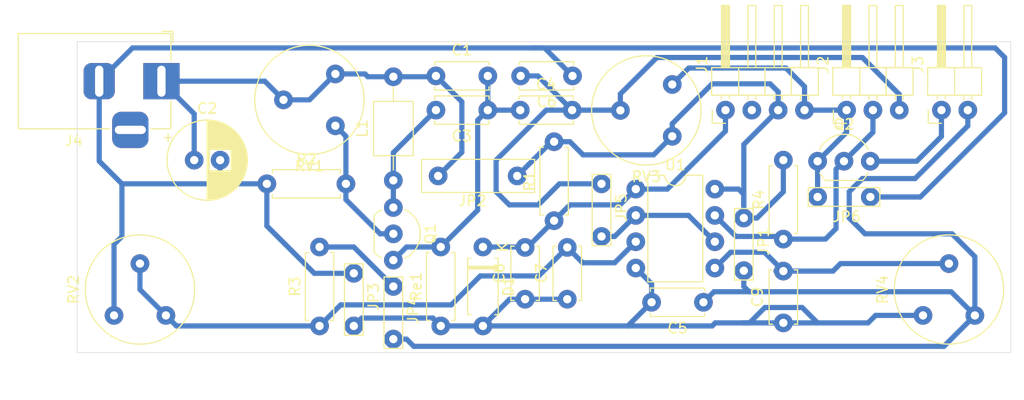
<source format=kicad_pcb>
(kicad_pcb (version 20240108) (generator "pcbnew") (generator_version "8.0")
  (layers (0 "F.Cu" signal) (31 "B.Cu" signal) (34 "B.Paste" user) (35 "F.Paste" user) (36 "B.SilkS" user "B.Silkscreen") (37 "F.SilkS" user "F.Silkscreen") (38 "B.Mask" user) (39 "F.Mask" user) (44 "Edge.Cuts" user))
  (net 0 "")
  (net 1 "Net-(Q1-E)")
  (net 2 "+12V")
  (net 3 "GND")
  (net 4 "Net-(Q1-C)")
  (net 5 "/osc_out")
  (net 6 "/PWM_fan")
  (net 8 "/PWM_led")
  (net 9 "/drain_pin")
  (net 10 "Net-(Q1-B)")
  (net 11 "Net-(U1B-+)")
  (net 12 "Net-(U1A-+)")
  (footprint "Capacitor_THT:C_Disc_D5.0mm_W2.5mm_P5.00mm" (layer "F.Cu") (at 138.604 88.138 180)
    (property "Reference" "C5" (at 2.5 -2.5 180) (layer "F.SilkS"))
    (property "Value" "10uF")
    (pad "1" thru_hole circle (at 0 0 180) (size 1.8 1.8) (drill 0.8) (layers "*.Cu" "*.Mask") (net 2 "+12V"))
    (pad "2" thru_hole circle (at 5 0 180) (size 1.8 1.8) (drill 0.8) (layers "*.Cu" "*.Mask") (net 3 "GND"))
  )
  (footprint "Package_TO_SOT_THT:TO-92_Inline_Wide" (layer "F.Cu") (at 149.606 74.528)
    (property "Reference" "Q2" (at 2.54 -3.56 0) (layer "F.SilkS"))
    (property "Value" "2N7000")
    (pad "1" thru_hole circle (at 0 0) (size 1.8 1.8) (drill 0.8) (layers "*.Cu" "*.Mask") (net 3 "GND"))
    (pad "2" thru_hole circle (at 2.54 0) (size 1.8 1.8) (drill 0.8) (layers "*.Cu" "*.Mask") (net 8 "/PWM_led"))
    (pad "3" thru_hole circle (at 5.08 0) (size 1.8 1.8) (drill 0.8) (layers "*.Cu" "*.Mask") (net 9 "/drain_pin"))
  )
  (footprint "TestPoint:TestPoint_Bridge_Pitch5.08mm_Drill0.7mm" (layer "F.Cu") (at 142.494 85.09 90)
    (property "Reference" "JP1" (at 2.8 1.9 -90) (layer "F.SilkS"))
    (property "Value" "Jumper_2_Bridged")
    (pad "1" thru_hole circle (at 0 0 90) (size 1.8 1.8) (drill 0.8) (layers "*.Cu" "*.Mask") (net 2 "+12V"))
    (pad "1" thru_hole circle (at 5.08 0 90) (size 1.8 1.8) (drill 0.8) (layers "*.Cu" "*.Mask") (net 2 "+12V"))
  )
  (footprint "Potentiometer_THT:Potentiometer_Piher_PT-10-V05_Vertical" (layer "F.Cu") (at 86.788 89.408 90)
    (property "Reference" "RV2" (at 2.5 -8.9 -90) (layer "F.SilkS"))
    (property "Value" "10K")
    (pad "1" thru_hole circle (at 0 0 90) (size 1.8 1.8) (drill 0.8) (layers "*.Cu" "*.Mask") (net 12 "Net-(U1A-+)"))
    (pad "2" thru_hole circle (at 5 -2.5 90) (size 1.8 1.8) (drill 0.8) (layers "*.Cu" "*.Mask") (net 12 "Net-(U1A-+)"))
    (pad "3" thru_hole circle (at 0 -5 90) (size 1.8 1.8) (drill 0.8) (layers "*.Cu" "*.Mask") (net 3 "GND"))
  )
  (footprint "Connector_PinHeader_2.54mm:PinHeader_1x04_P2.54mm_Horizontal" (layer "F.Cu") (at 140.726 69.596 90)
    (property "Reference" "J1" (at 4.385 -2.27 90) (layer "F.SilkS"))
    (property "Value" "Conn_01x04_Pin")
    (pad "1" thru_hole circle (at 0 0 90) (size 1.8 1.8) (drill 0.8) (layers "*.Cu" "*.Mask") (net 6 "/PWM_fan"))
    (pad "2" thru_hole circle (at 0 2.54 90) (size 1.8 1.8) (drill 0.8) (layers "*.Cu" "*.Mask"))
    (pad "3" thru_hole circle (at 0 5.08 90) (size 1.8 1.8) (drill 0.8) (layers "*.Cu" "*.Mask") (net 2 "+12V"))
    (pad "4" thru_hole circle (at 0 7.62 90) (size 1.8 1.8) (drill 0.8) (layers "*.Cu" "*.Mask") (net 3 "GND"))
  )
  (footprint "Potentiometer_THT:Potentiometer_Piher_PT-10-V05_Vertical" (layer "F.Cu") (at 164.766 89.408 90)
    (property "Reference" "RV4" (at 2.5 -8.9 -90) (layer "F.SilkS"))
    (property "Value" "5K")
    (pad "1" thru_hole circle (at 0 0 90) (size 1.8 1.8) (drill 0.8) (layers "*.Cu" "*.Mask") (net 2 "+12V"))
    (pad "2" thru_hole circle (at 5 -2.5 90) (size 1.8 1.8) (drill 0.8) (layers "*.Cu" "*.Mask") (net 11 "Net-(U1B-+)"))
    (pad "3" thru_hole circle (at 0 -5 90) (size 1.8 1.8) (drill 0.8) (layers "*.Cu" "*.Mask") (net 3 "GND"))
  )
  (footprint "Resistor_THT:R_Axial_DIN0207_L6.3mm_D2.5mm_P7.62mm_Horizontal" (layer "F.Cu") (at 124.206 80.264 90)
    (property "Reference" "R1" (at 3.81 -2.37 -90) (layer "F.SilkS"))
    (property "Value" "1K")
    (pad "1" thru_hole circle (at 0 0 90) (size 1.8 1.8) (drill 0.8) (layers "*.Cu" "*.Mask") (net 6 "/PWM_fan"))
    (pad "2" thru_hole circle (at 7.62 0 90) (size 1.8 1.8) (drill 0.8) (layers "*.Cu" "*.Mask") (net 2 "+12V"))
  )
  (footprint "Inductor_THT:L_Axial_L5.0mm_D3.6mm_P10.00mm_Horizontal_Murata_BL01RN1A2A2" (layer "F.Cu") (at 108.712 76.374 90)
    (property "Reference" "L1" (at 5 -3 -90) (layer "F.SilkS"))
    (property "Value" "10mH")
    (pad "1" thru_hole circle (at 0 0 90) (size 1.8 1.8) (drill 0.8) (layers "*.Cu" "*.Mask") (net 4 "Net-(Q1-C)"))
    (pad "2" thru_hole circle (at 10 0 90) (size 1.8 1.8) (drill 0.8) (layers "*.Cu" "*.Mask") (net 2 "+12V"))
  )
  (footprint "Capacitor_THT:C_Disc_D5.0mm_W2.5mm_P5.00mm" (layer "F.Cu") (at 146.304 90.13 90)
    (property "Reference" "C9" (at 2.5 -2.5 -90) (layer "F.SilkS"))
    (property "Value" "1uF")
    (pad "1" thru_hole circle (at 0 0 90) (size 1.8 1.8) (drill 0.8) (layers "*.Cu" "*.Mask") (net 3 "GND"))
    (pad "2" thru_hole circle (at 5 0 90) (size 1.8 1.8) (drill 0.8) (layers "*.Cu" "*.Mask") (net 11 "Net-(U1B-+)"))
  )
  (footprint "Capacitor_THT:C_Disc_D5.0mm_W2.5mm_P5.00mm" (layer "F.Cu") (at 112.816 66.294)
    (property "Reference" "C1" (at 2.5 -2.5 0) (layer "F.SilkS"))
    (property "Value" "0.01uF")
    (pad "1" thru_hole circle (at 0 0) (size 1.8 1.8) (drill 0.8) (layers "*.Cu" "*.Mask") (net 2 "+12V"))
    (pad "2" thru_hole circle (at 5 0) (size 1.8 1.8) (drill 0.8) (layers "*.Cu" "*.Mask") (net 1 "Net-(Q1-E)"))
  )
  (footprint "TestPoint:TestPoint_Bridge_Pitch5.08mm_Drill0.7mm" (layer "F.Cu") (at 128.778 81.788 90)
    (property "Reference" "JP5" (at 2.8 1.9 -90) (layer "F.SilkS"))
    (property "Value" "Jumper_2_Bridged")
    (pad "1" thru_hole circle (at 0 0 90) (size 1.8 1.8) (drill 0.8) (layers "*.Cu" "*.Mask") (net 5 "/osc_out"))
    (pad "1" thru_hole circle (at 5.08 0 90) (size 1.8 1.8) (drill 0.8) (layers "*.Cu" "*.Mask") (net 5 "/osc_out"))
  )
  (footprint "Capacitor_THT:C_Disc_D5.0mm_W2.5mm_P5.00mm" (layer "F.Cu") (at 125.476 87.844 90)
    (property "Reference" "C7" (at 2.5 -2.5 -90) (layer "F.SilkS"))
    (property "Value" "1uF")
    (pad "1" thru_hole circle (at 0 0 90) (size 1.8 1.8) (drill 0.8) (layers "*.Cu" "*.Mask") (net 3 "GND"))
    (pad "2" thru_hole circle (at 5 0 90) (size 1.8 1.8) (drill 0.8) (layers "*.Cu" "*.Mask") (net 12 "Net-(U1A-+)"))
  )
  (footprint "TestPoint:TestPoint_Bridge_Pitch5.08mm_Drill0.7mm" (layer "F.Cu") (at 149.606 77.978)
    (property "Reference" "JP6" (at 2.8 1.9 0) (layer "F.SilkS"))
    (property "Value" "Jumper_2_Bridged")
    (pad "1" thru_hole circle (at 0 0) (size 1.8 1.8) (drill 0.8) (layers "*.Cu" "*.Mask") (net 3 "GND"))
    (pad "1" thru_hole circle (at 5.08 0) (size 1.8 1.8) (drill 0.8) (layers "*.Cu" "*.Mask") (net 3 "GND"))
  )
  (footprint "Resistor_THT:R_Axial_DIN0207_L6.3mm_D2.5mm_P7.62mm_Horizontal" (layer "F.Cu") (at 96.52 76.708)
    (property "Reference" "R2" (at 3.81 -2.37 0) (layer "F.SilkS"))
    (property "Value" "10K")
    (pad "1" thru_hole circle (at 0 0) (size 1.8 1.8) (drill 0.8) (layers "*.Cu" "*.Mask") (net 3 "GND"))
    (pad "2" thru_hole circle (at 7.62 0) (size 1.8 1.8) (drill 0.8) (layers "*.Cu" "*.Mask") (net 10 "Net-(Q1-B)"))
  )
  (footprint "Connector_PinHeader_2.54mm:PinHeader_1x03_P2.54mm_Horizontal" (layer "F.Cu") (at 152.4 69.596 90)
    (property "Reference" "J2" (at 4.385 -2.27 90) (layer "F.SilkS"))
    (property "Value" "Conn_01x03_Pin")
    (pad "1" thru_hole circle (at 0 0 90) (size 1.8 1.8) (drill 0.8) (layers "*.Cu" "*.Mask") (net 3 "GND"))
    (pad "2" thru_hole circle (at 0 2.54 90) (size 1.8 1.8) (drill 0.8) (layers "*.Cu" "*.Mask") (net 8 "/PWM_led"))
    (pad "3" thru_hole circle (at 0 5.08 90) (size 1.8 1.8) (drill 0.8) (layers "*.Cu" "*.Mask") (net 5 "/osc_out"))
  )
  (footprint "Capacitor_THT:C_Disc_D5.0mm_W2.5mm_P5.00mm" (layer "F.Cu") (at 117.816 69.596 180)
    (property "Reference" "C3" (at 2.5 -2.5 180) (layer "F.SilkS"))
    (property "Value" "0.01uF")
    (pad "1" thru_hole circle (at 0 0 180) (size 1.8 1.8) (drill 0.8) (layers "*.Cu" "*.Mask") (net 1 "Net-(Q1-E)"))
    (pad "2" thru_hole circle (at 5 0 180) (size 1.8 1.8) (drill 0.8) (layers "*.Cu" "*.Mask") (net 4 "Net-(Q1-C)"))
  )
  (footprint "Connector_BarrelJack:BarrelJack_Horizontal" (layer "F.Cu") (at 86.36 66.802)
    (property "Reference" "J4" (at -8.45 5.75 0) (layer "F.SilkS"))
    (property "Value" "Barrel_Jack_MountingPin")
    (pad "1" thru_hole rect (at 0 0) (size 3.5 3.5) (drill oval 0.8 3) (layers "*.Cu" "*.Mask") (net 2 "+12V"))
    (pad "2" thru_hole roundrect (at -6 0) (size 3 3.5) (drill oval 0.8 3) (layers "*.Cu" "*.Mask") (net 3 "GND"))
    (pad "3" thru_hole roundrect (at -3 4.7) (size 3.5 3.5) (drill oval 3 0.8) (layers "*.Cu" "*.Mask"))
  )
  (footprint "Capacitor_THT:C_Disc_D5.0mm_W2.5mm_P5.00mm" (layer "F.Cu") (at 120.944 69.596)
    (property "Reference" "C4" (at 2.5 -2.5 0) (layer "F.SilkS"))
    (property "Value" "0.01uF")
    (pad "1" thru_hole circle (at 0 0) (size 1.8 1.8) (drill 0.8) (layers "*.Cu" "*.Mask") (net 1 "Net-(Q1-E)"))
    (pad "2" thru_hole circle (at 5 0) (size 1.8 1.8) (drill 0.8) (layers "*.Cu" "*.Mask") (net 5 "/osc_out"))
  )
  (footprint "Package_DIP:DIP-8_W7.62mm" (layer "F.Cu") (at 132.08 77.216)
    (property "Reference" "U1" (at 3.81 -2.33 0) (layer "F.SilkS"))
    (property "Value" "LM393")
    (pad "1" thru_hole circle (at 0 0) (size 1.8 1.8) (drill 0.8) (layers "*.Cu" "*.Mask") (net 6 "/PWM_fan"))
    (pad "2" thru_hole circle (at 0 2.54) (size 1.8 1.8) (drill 0.8) (layers "*.Cu" "*.Mask") (net 5 "/osc_out"))
    (pad "3" thru_hole circle (at 0 5.08) (size 1.8 1.8) (drill 0.8) (layers "*.Cu" "*.Mask") (net 12 "Net-(U1A-+)"))
    (pad "4" thru_hole circle (at 0 7.62) (size 1.8 1.8) (drill 0.8) (layers "*.Cu" "*.Mask") (net 3 "GND"))
    (pad "5" thru_hole circle (at 7.62 7.62) (size 1.8 1.8) (drill 0.8) (layers "*.Cu" "*.Mask") (net 11 "Net-(U1B-+)"))
    (pad "6" thru_hole circle (at 7.62 5.08) (size 1.8 1.8) (drill 0.8) (layers "*.Cu" "*.Mask") (net 5 "/osc_out"))
    (pad "7" thru_hole circle (at 7.62 2.54) (size 1.8 1.8) (drill 0.8) (layers "*.Cu" "*.Mask") (net 8 "/PWM_led"))
    (pad "8" thru_hole circle (at 7.62 0) (size 1.8 1.8) (drill 0.8) (layers "*.Cu" "*.Mask") (net 2 "+12V"))
  )
  (footprint "Capacitor_THT:C_Disc_D5.0mm_W2.5mm_P5.00mm" (layer "F.Cu") (at 125.984 66.294 180)
    (property "Reference" "C6" (at 2.5 -2.5 180) (layer "F.SilkS"))
    (property "Value" "100pF")
    (pad "1" thru_hole circle (at 0 0 180) (size 1.8 1.8) (drill 0.8) (layers "*.Cu" "*.Mask") (net 3 "GND"))
    (pad "2" thru_hole circle (at 5 0 180) (size 1.8 1.8) (drill 0.8) (layers "*.Cu" "*.Mask") (net 5 "/osc_out"))
  )
  (footprint "Connector_PinHeader_2.54mm:PinHeader_1x02_P2.54mm_Horizontal" (layer "F.Cu") (at 161.544 69.596 90)
    (property "Reference" "J3" (at 4.385 -2.27 90) (layer "F.SilkS"))
    (property "Value" "Conn_01x02_Pin")
    (pad "1" thru_hole circle (at 0 0 90) (size 1.8 1.8) (drill 0.8) (layers "*.Cu" "*.Mask") (net 9 "/drain_pin"))
    (pad "2" thru_hole circle (at 0 2.54 90) (size 1.8 1.8) (drill 0.8) (layers "*.Cu" "*.Mask") (net 2 "+12V"))
  )
  (footprint "TestPoint:TestPoint_Bridge_Pitch5.08mm_Drill0.7mm" (layer "F.Cu") (at 104.902 90.424 90)
    (property "Reference" "JP3" (at 2.8 1.9 -90) (layer "F.SilkS"))
    (property "Value" "Jumper_2_Bridged")
    (pad "1" thru_hole circle (at 0 0 90) (size 1.8 1.8) (drill 0.8) (layers "*.Cu" "*.Mask") (net 3 "GND"))
    (pad "1" thru_hole circle (at 5.08 0 90) (size 1.8 1.8) (drill 0.8) (layers "*.Cu" "*.Mask") (net 3 "GND"))
  )
  (footprint "Potentiometer_THT:Potentiometer_Piher_PT-10-V05_Vertical" (layer "F.Cu") (at 135.596 67.121 180)
    (property "Reference" "RV3" (at 2.5 -8.9 180) (layer "F.SilkS"))
    (property "Value" "10K")
    (pad "1" thru_hole circle (at 0 0 180) (size 1.8 1.8) (drill 0.8) (layers "*.Cu" "*.Mask") (net 3 "GND"))
    (pad "2" thru_hole circle (at 5 -2.5 180) (size 1.8 1.8) (drill 0.8) (layers "*.Cu" "*.Mask") (net 5 "/osc_out"))
    (pad "3" thru_hole circle (at 0 -5 180) (size 1.8 1.8) (drill 0.8) (layers "*.Cu" "*.Mask") (net 2 "+12V"))
  )
  (footprint "Capacitor_THT:C_Disc_D5.0mm_W2.5mm_P5.00mm" (layer "F.Cu") (at 121.412 87.844 90)
    (property "Reference" "C8" (at 2.5 -2.5 -90) (layer "F.SilkS"))
    (property "Value" "68pF")
    (pad "1" thru_hole circle (at 0 0 90) (size 1.8 1.8) (drill 0.8) (layers "*.Cu" "*.Mask") (net 3 "GND"))
    (pad "2" thru_hole circle (at 5 0 90) (size 1.8 1.8) (drill 0.8) (layers "*.Cu" "*.Mask") (net 6 "/PWM_fan"))
  )
  (footprint "TestPoint:TestPoint_Bridge_Pitch7.62mm_Drill1.3mm" (layer "F.Cu") (at 113.03 75.946)
    (property "Reference" "JP2" (at 3.3 2.4 0) (layer "F.SilkS"))
    (property "Value" "Jumper_2_Bridged")
    (pad "1" thru_hole circle (at 0 0) (size 1.8 1.8) (drill 0.8) (layers "*.Cu" "*.Mask") (net 2 "+12V"))
    (pad "1" thru_hole circle (at 7.62 0) (size 1.8 1.8) (drill 0.8) (layers "*.Cu" "*.Mask") (net 2 "+12V"))
  )
  (footprint "Resistor_THT:R_Axial_DIN0207_L6.3mm_D2.5mm_P7.62mm_Horizontal" (layer "F.Cu") (at 113.284 90.424 90)
    (property "Reference" "Re1" (at 3.81 -2.37 -90) (layer "F.SilkS"))
    (property "Value" "10K")
    (pad "1" thru_hole circle (at 0 0 90) (size 1.8 1.8) (drill 0.8) (layers "*.Cu" "*.Mask") (net 3 "GND"))
    (pad "2" thru_hole circle (at 7.62 0 90) (size 1.8 1.8) (drill 0.8) (layers "*.Cu" "*.Mask") (net 1 "Net-(Q1-E)"))
  )
  (footprint "Potentiometer_THT:Potentiometer_Piher_PT-10-V05_Vertical" (layer "F.Cu") (at 103.124 66.105 180)
    (property "Reference" "RV1" (at 2.5 -8.9 180) (layer "F.SilkS"))
    (property "Value" "10K")
    (pad "1" thru_hole circle (at 0 0 180) (size 1.8 1.8) (drill 0.8) (layers "*.Cu" "*.Mask") (net 2 "+12V"))
    (pad "2" thru_hole circle (at 5 -2.5 180) (size 1.8 1.8) (drill 0.8) (layers "*.Cu" "*.Mask") (net 2 "+12V"))
    (pad "3" thru_hole circle (at 0 -5 180) (size 1.8 1.8) (drill 0.8) (layers "*.Cu" "*.Mask") (net 10 "Net-(Q1-B)"))
  )
  (footprint "Package_TO_SOT_THT:TO-92_Inline_Wide" (layer "F.Cu") (at 108.712 78.994 -90)
    (property "Reference" "Q1" (at 2.54 -3.56 -90) (layer "F.SilkS"))
    (property "Value" "BC547")
    (pad "1" thru_hole circle (at 0 0 270) (size 1.8 1.8) (drill 0.8) (layers "*.Cu" "*.Mask") (net 4 "Net-(Q1-C)"))
    (pad "2" thru_hole circle (at 2.54 0 270) (size 1.8 1.8) (drill 0.8) (layers "*.Cu" "*.Mask") (net 10 "Net-(Q1-B)"))
    (pad "3" thru_hole circle (at 5.08 0 270) (size 1.8 1.8) (drill 0.8) (layers "*.Cu" "*.Mask") (net 1 "Net-(Q1-E)"))
  )
  (footprint "Diode_THT:D_A-405_P7.62mm_Horizontal" (layer "F.Cu") (at 117.348 82.804 -90)
    (property "Reference" "D1" (at 3.81 -2.47 90) (layer "F.SilkS"))
    (property "Value" "5.1V")
    (fp_text user "K" (at 0 -1.9 90) (layer "F.SilkS"))
    (pad "1" thru_hole circle (at 0 0 270) (size 1.8 1.8) (drill 0.8) (layers "*.Cu" "*.Mask") (net 6 "/PWM_fan"))
    (pad "2" thru_hole circle (at 7.62 0 270) (size 1.8 1.8) (drill 0.8) (layers "*.Cu" "*.Mask") (net 3 "GND"))
  )
  (footprint "Resistor_THT:R_Axial_DIN0207_L6.3mm_D2.5mm_P7.62mm_Horizontal" (layer "F.Cu") (at 101.6 90.424 90)
    (property "Reference" "R3" (at 3.81 -2.37 -90) (layer "F.SilkS"))
    (property "Value" "10K")
    (pad "1" thru_hole circle (at 0 0 90) (size 1.8 1.8) (drill 0.8) (layers "*.Cu" "*.Mask") (net 12 "Net-(U1A-+)"))
    (pad "2" thru_hole circle (at 7.62 0 90) (size 1.8 1.8) (drill 0.8) (layers "*.Cu" "*.Mask") (net 2 "+12V"))
  )
  (footprint "TestPoint:TestPoint_Bridge_Pitch5.08mm_Drill0.7mm" (layer "F.Cu") (at 108.712 91.694 90)
    (property "Reference" "JP4" (at 2.8 1.9 -90) (layer "F.SilkS"))
    (property "Value" "Jumper_2_Bridged")
    (pad "1" thru_hole circle (at 0 0 90) (size 1.8 1.8) (drill 0.8) (layers "*.Cu" "*.Mask") (net 2 "+12V"))
    (pad "1" thru_hole circle (at 5.08 0 90) (size 1.8 1.8) (drill 0.8) (layers "*.Cu" "*.Mask") (net 2 "+12V"))
  )
  (footprint "Capacitor_THT:CP_Radial_D7.5mm_P2.50mm" (layer "F.Cu") (at 89.516606 74.422)
    (property "Reference" "C2" (at 1.25 -5 0) (layer "F.SilkS"))
    (property "Value" "680uF")
    (pad "1" thru_hole circle (at 0 0) (size 1.8 1.8) (drill 0.8) (layers "*.Cu" "*.Mask") (net 2 "+12V"))
    (pad "2" thru_hole circle (at 2.5 0) (size 1.8 1.8) (drill 0.8) (layers "*.Cu" "*.Mask") (net 3 "GND"))
  )
  (footprint "Resistor_THT:R_Axial_DIN0207_L6.3mm_D2.5mm_P7.62mm_Horizontal" (layer "F.Cu") (at 146.304 82.042 90)
    (property "Reference" "R4" (at 3.81 -2.37 -90) (layer "F.SilkS"))
    (property "Value" "1K")
    (pad "1" thru_hole circle (at 0 0 90) (size 1.8 1.8) (drill 0.8) (layers "*.Cu" "*.Mask") (net 8 "/PWM_led"))
    (pad "2" thru_hole circle (at 7.62 0 90) (size 1.8 1.8) (drill 0.8) (layers "*.Cu" "*.Mask") (net 2 "+12V"))
  )
  (gr_rect (start 78.232 62.992) (end 168.232 92.992) (stroke (width 0.05)) (fill none) (layer "Edge.Cuts"))
  (segment (start 120.984 69.596) (end 120.984 69.516) (width 0.5) (layer "B.Cu") (net 1))
  (segment (start 116.84 79.248) (end 116.84 70.572) (width 0.5) (layer "B.Cu") (net 1))
  (segment (start 117.776 69.556) (end 117.816 69.596) (width 0.5) (layer "B.Cu") (net 1))
  (segment (start 109.982 82.804) (end 113.284 82.804) (width 0.5) (layer "B.Cu") (net 1))
  (segment (start 108.712 84.074) (end 109.982 82.804) (width 0.5) (layer "B.Cu") (net 1))
  (segment (start 116.84 70.572) (end 117.816 69.596) (width 0.5) (layer "B.Cu") (net 1))
  (segment (start 120.944 69.596) (end 117.816 69.596) (width 0.5) (layer "B.Cu") (net 1))
  (segment (start 117.816 66.294) (end 117.816 69.596) (width 0.5) (layer "B.Cu") (net 1))
  (segment (start 113.284 82.804) (end 116.84 79.248) (width 0.5) (layer "B.Cu") (net 1))
  (segment (start 103.124 66.105) (end 105.983 66.105) (width 0.5) (layer "B.Cu") (net 2))
  (segment (start 108.712 86.614) (end 104.902 82.804) (width 0.5) (layer "B.Cu") (net 2))
  (segment (start 143.764 80.01) (end 142.494 80.01) (width 0.5) (layer "B.Cu") (net 2))
  (segment (start 145.034 67.056) (end 145.806 67.828) (width 0.5) (layer "B.Cu") (net 2))
  (segment (start 106.252 66.374) (end 108.712 66.374) (width 0.5) (layer "B.Cu") (net 2))
  (segment (start 89.516606 74.422) (end 89.516606 69.958606) (width 0.5) (layer "B.Cu") (net 2))
  (segment (start 152.654 80.01) (end 154.178 81.534) (width 0.5) (layer "B.Cu") (net 2))
  (segment (start 109.982 91.694) (end 110.68 92.392) (width 0.5) (layer "B.Cu") (net 2))
  (segment (start 120.65 75.946) (end 123.952 72.644) (width 0.5) (layer "B.Cu") (net 2))
  (segment (start 142.494 78.74) (end 142.494 80.01) (width 0.5) (layer "B.Cu") (net 2))
  (segment (start 113.03 75.946) (end 115.316 73.66) (width 0.5) (layer "B.Cu") (net 2))
  (segment (start 133.803 73.914) (end 127 73.914) (width 0.5) (layer "B.Cu") (net 2))
  (segment (start 89.516606 69.958606) (end 86.36 66.802) (width 0.5) (layer "B.Cu") (net 2))
  (segment (start 104.902 82.804) (end 101.6 82.804) (width 0.5) (layer "B.Cu") (net 2))
  (segment (start 139.446 67.056) (end 145.034 67.056) (width 0.5) (layer "B.Cu") (net 2))
  (segment (start 139.62 87.122) (end 143.002 87.122) (width 0.5) (layer "B.Cu") (net 2))
  (segment (start 110.68 92.392) (end 161.782 92.392) (width 0.5) (layer "B.Cu") (net 2))
  (segment (start 145.288 87.122) (end 162.48 87.122) (width 0.5) (layer "B.Cu") (net 2))
  (segment (start 164.084 71.12) (end 159.004 76.2) (width 0.5) (layer "B.Cu") (net 2))
  (segment (start 125.73 72.644) (end 124.206 72.644) (width 0.5) (layer "B.Cu") (net 2))
  (segment (start 145.806 69.596) (end 142.494 72.908) (width 0.5) (layer "B.Cu") (net 2))
  (segment (start 162.56 81.534) (end 164.766 83.74) (width 0.5) (layer "B.Cu") (net 2))
  (segment (start 135.596 72.121) (end 135.596 70.906) (width 0.5) (layer "B.Cu") (net 2))
  (segment (start 145.806 67.828) (end 145.806 69.596) (width 0.5) (layer "B.Cu") (net 2))
  (segment (start 142.494 85.09) (end 142.494 86.614) (width 0.5) (layer "B.Cu") (net 2))
  (segment (start 123.952 72.644) (end 124.206 72.644) (width 0.5) (layer "B.Cu") (net 2))
  (segment (start 138.604 88.138) (end 139.62 87.122) (width 0.5) (layer "B.Cu") (net 2))
  (segment (start 115.316 68.794) (end 112.816 66.294) (width 0.5) (layer "B.Cu") (net 2))
  (segment (start 98.124 68.605) (end 100.624 68.605) (width 0.5) (layer "B.Cu") (net 2))
  (segment (start 139.7 77.216) (end 141.986 77.216) (width 0.5) (layer "B.Cu") (net 2))
  (segment (start 146.304 77.47) (end 143.764 80.01) (width 0.5) (layer "B.Cu") (net 2))
  (segment (start 154.178 81.534) (end 162.56 81.534) (width 0.5) (layer "B.Cu") (net 2))
  (segment (start 141.986 77.216) (end 142.494 77.724) (width 0.5) (layer "B.Cu") (net 2))
  (segment (start 100.624 68.605) (end 103.124 66.105) (width 0.5) (layer "B.Cu") (net 2))
  (segment (start 112.736 66.374) (end 112.816 66.294) (width 0.5) (layer "B.Cu") (net 2))
  (segment (start 153.924 76.2) (end 152.654 77.47) (width 0.5) (layer "B.Cu") (net 2))
  (segment (start 108.712 91.694) (end 109.982 91.694) (width 0.5) (layer "B.Cu") (net 2))
  (segment (start 108.712 66.374) (end 112.736 66.374) (width 0.5) (layer "B.Cu") (net 2))
  (segment (start 115.316 73.66) (end 115.316 68.794) (width 0.5) (layer "B.Cu") (net 2))
  (segment (start 105.983 66.105) (end 106.252 66.374) (width 0.5) (layer "B.Cu") (net 2))
  (segment (start 142.494 86.614) (end 143.002 87.122) (width 0.5) (layer "B.Cu") (net 2))
  (segment (start 164.084 69.596) (end 164.084 71.12) (width 0.5) (layer "B.Cu") (net 2))
  (segment (start 143.002 87.122) (end 145.288 87.122) (width 0.5) (layer "B.Cu") (net 2))
  (segment (start 86.36 66.802) (end 96.321 66.802) (width 0.5) (layer "B.Cu") (net 2))
  (segment (start 159.004 76.2) (end 153.924 76.2) (width 0.5) (layer "B.Cu") (net 2))
  (segment (start 161.782 92.392) (end 164.766 89.408) (width 0.5) (layer "B.Cu") (net 2))
  (segment (start 127 73.914) (end 125.73 72.644) (width 0.5) (layer "B.Cu") (net 2))
  (segment (start 146.304 74.422) (end 146.304 77.47) (width 0.5) (layer "B.Cu") (net 2))
  (segment (start 142.494 77.724) (end 142.494 78.74) (width 0.5) (layer "B.Cu") (net 2))
  (segment (start 164.766 83.74) (end 164.766 89.408) (width 0.5) (layer "B.Cu") (net 2))
  (segment (start 135.596 72.121) (end 133.803 73.914) (width 0.5) (layer "B.Cu") (net 2))
  (segment (start 142.494 72.908) (end 142.494 78.74) (width 0.5) (layer "B.Cu") (net 2))
  (segment (start 152.654 77.47) (end 152.654 80.01) (width 0.5) (layer "B.Cu") (net 2))
  (segment (start 96.321 66.802) (end 98.124 68.605) (width 0.5) (layer "B.Cu") (net 2))
  (segment (start 135.596 70.906) (end 139.446 67.056) (width 0.5) (layer "B.Cu") (net 2))
  (segment (start 162.48 87.122) (end 164.766 89.408) (width 0.5) (layer "B.Cu") (net 2))
  (segment (start 137.185 65.532) (end 146.558 65.532) (width 0.5) (layer "B.Cu") (net 3))
  (segment (start 146.304 90.13) (end 142.494 90.13) (width 0.5) (layer "B.Cu") (net 3))
  (segment (start 125.984 66.294) (end 123.282 63.592) (width 0.5) (layer "B.Cu") (net 3))
  (segment (start 113.284 90.424) (end 112.522 89.662) (width 0.5) (layer "B.Cu") (net 3))
  (segment (start 152.4 71.734) (end 149.606 74.528) (width 0.5) (layer "B.Cu") (net 3))
  (segment (start 92.016606 75.623394) (end 90.932 76.708) (width 0.5) (layer "B.Cu") (net 3))
  (segment (start 154.472 90.13) (end 149.606 90.13) (width 0.5) (layer "B.Cu") (net 3))
  (segment (start 131.318 90.424) (end 133.604 88.138) (width 0.5) (layer "B.Cu") (net 3))
  (segment (start 82.55 76.708) (end 90.932 76.708) (width 0.5) (layer "B.Cu") (net 3))
  (segment (start 149.606 77.978) (end 149.606 74.528) (width 0.5) (layer "B.Cu") (net 3))
  (segment (start 80.36 74.518) (end 80.36 66.802) (width 0.5) (layer "B.Cu") (net 3))
  (segment (start 148.336 69.606) (end 148.346 69.596) (width 0.5) (layer "B.Cu") (net 3))
  (segment (start 155.194 89.408) (end 159.766 89.408) (width 0.5) (layer "B.Cu") (net 3))
  (segment (start 146.558 65.532) (end 148.346 67.32) (width 0.5) (layer "B.Cu") (net 3))
  (segment (start 80.391 74.549) (end 82.55 76.708) (width 0.5) (layer "B.Cu") (net 3))
  (segment (start 83.57 63.592) (end 122.174 63.592) (width 0.5) (layer "B.Cu") (net 3))
  (segment (start 148.346 67.32) (end 148.346 69.596) (width 0.5) (layer "B.Cu") (net 3))
  (segment (start 113.284 90.424) (end 117.348 90.424) (width 0.5) (layer "B.Cu") (net 3))
  (segment (start 96.52 76.708) (end 96.52 80.772) (width 0.5) (layer "B.Cu") (net 3))
  (segment (start 148.122 88.646) (end 149.606 90.13) (width 0.5) (layer "B.Cu") (net 3))
  (segment (start 92.016606 74.422) (end 92.016606 75.623394) (width 0.5) (layer "B.Cu") (net 3))
  (segment (start 96.52 80.772) (end 101.092 85.344) (width 0.5) (layer "B.Cu") (net 3))
  (segment (start 135.596 67.121) (end 137.185 65.532) (width 0.5) (layer "B.Cu") (net 3))
  (segment (start 166.716 63.592) (end 167.632 64.508) (width 0.5) (layer "B.Cu") (net 3))
  (segment (start 117.348 90.424) (end 119.928 87.844) (width 0.5) (layer "B.Cu") (net 3))
  (segment (start 112.522 89.662) (end 105.664 89.662) (width 0.5) (layer "B.Cu") (net 3))
  (segment (start 90.932 76.708) (end 96.52 76.708) (width 0.5) (layer "B.Cu") (net 3))
  (segment (start 167.632 64.508) (end 167.632 69.858) (width 0.5) (layer "B.Cu") (net 3))
  (segment (start 101.092 85.344) (end 104.902 85.344) (width 0.5) (layer "B.Cu") (net 3))
  (segment (start 139.446 90.424) (end 131.318 90.424) (width 0.5) (layer "B.Cu") (net 3))
  (segment (start 117.348 90.424) (end 131.318 90.424) (width 0.5) (layer "B.Cu") (net 3))
  (segment (start 121.412 87.844) (end 125.476 87.844) (width 0.5) (layer "B.Cu") (net 3))
  (segment (start 167.632 69.858) (end 159.512 77.978) (width 0.5) (layer "B.Cu") (net 3))
  (segment (start 152.4 69.596) (end 152.4 71.734) (width 0.5) (layer "B.Cu") (net 3))
  (segment (start 133.604 88.138) (end 133.604 86.36) (width 0.5) (layer "B.Cu") (net 3))
  (segment (start 82.55 76.708) (end 82.55 81.788) (width 0.5) (layer "B.Cu") (net 3))
  (segment (start 142.494 90.13) (end 143.042 90.13) (width 0.5) (layer "B.Cu") (net 3))
  (segment (start 143.042 90.13) (end 144.526 88.646) (width 0.5) (layer "B.Cu") (net 3))
  (segment (start 144.526 88.646) (end 148.122 88.646) (width 0.5) (layer "B.Cu") (net 3))
  (segment (start 149.606 90.13) (end 146.304 90.13) (width 0.5) (layer "B.Cu") (net 3))
  (segment (start 122.174 63.592) (end 166.716 63.592) (width 0.5) (layer "B.Cu") (net 3))
  (segment (start 142.494 90.13) (end 139.74 90.13) (width 0.5) (layer "B.Cu") (net 3))
  (segment (start 139.74 90.13) (end 139.446 90.424) (width 0.5) (layer "B.Cu") (net 3))
  (segment (start 123.282 63.592) (end 122.174 63.592) (width 0.5) (layer "B.Cu") (net 3))
  (segment (start 133.604 86.36) (end 132.08 84.836) (width 0.5) (layer "B.Cu") (net 3))
  (segment (start 82.55 81.788) (end 81.788 82.55) (width 0.5) (layer "B.Cu") (net 3))
  (segment (start 159.512 77.978) (end 154.686 77.978) (width 0.5) (layer "B.Cu") (net 3))
  (segment (start 81.788 82.55) (end 81.788 89.408) (width 0.5) (layer "B.Cu") (net 3))
  (segment (start 80.36 66.802) (end 83.57 63.592) (width 0.5) (layer "B.Cu") (net 3))
  (segment (start 105.664 89.662) (end 104.902 90.424) (width 0.5) (layer "B.Cu") (net 3))
  (segment (start 152.4 69.596) (end 148.346 69.596) (width 0.5) (layer "B.Cu") (net 3))
  (segment (start 119.928 87.844) (end 121.412 87.844) (width 0.5) (layer "B.Cu") (net 3))
  (segment (start 154.472 90.13) (end 155.194 89.408) (width 0.5) (layer "B.Cu") (net 3))
  (segment (start 108.712 76.374) (end 108.712 73.7) (width 0.5) (layer "B.Cu") (net 4))
  (segment (start 108.712 73.7) (end 112.816 69.596) (width 0.5) (layer "B.Cu") (net 4))
  (segment (start 108.712 76.374) (end 108.712 78.994) (width 0.5) (layer "B.Cu") (net 4))
  (segment (start 128.778 81.788) (end 130.048 81.788) (width 0.5) (layer "B.Cu") (net 5))
  (segment (start 137.16 79.756) (end 139.7 82.296) (width 0.5) (layer "B.Cu") (net 5))
  (segment (start 130.048 81.788) (end 132.08 79.756) (width 0.5) (layer "B.Cu") (net 5))
  (segment (start 118.618 74.422) (end 123.444 69.596) (width 0.5) (layer "B.Cu") (net 5))
  (segment (start 122.682 78.74) (end 119.888 78.74) (width 0.5) (layer "B.Cu") (net 5))
  (segment (start 119.888 78.74) (end 118.618 77.47) (width 0.5) (layer "B.Cu") (net 5))
  (segment (start 118.618 77.47) (end 118.618 74.422) (width 0.5) (layer "B.Cu") (net 5))
  (segment (start 124.714 76.708) (end 122.682 78.74) (width 0.5) (layer "B.Cu") (net 5))
  (segment (start 157.48 69.596) (end 157.48 68.072) (width 0.5) (layer "B.Cu") (net 5))
  (segment (start 134.112 64.516) (end 130.596 68.032) (width 0.5) (layer "B.Cu") (net 5))
  (segment (start 157.48 68.072) (end 153.924 64.516) (width 0.5) (layer "B.Cu") (net 5))
  (segment (start 120.984 66.294) (end 122.642 66.294) (width 0.5) (layer "B.Cu") (net 5))
  (segment (start 123.444 69.596) (end 125.944 69.596) (width 0.5) (layer "B.Cu") (net 5))
  (segment (start 125.944 69.596) (end 130.571 69.596) (width 0.5) (layer "B.Cu") (net 5))
  (segment (start 128.778 76.708) (end 124.714 76.708) (width 0.5) (layer "B.Cu") (net 5))
  (segment (start 132.08 79.756) (end 137.16 79.756) (width 0.5) (layer "B.Cu") (net 5))
  (segment (start 130.596 68.032) (end 130.596 69.621) (width 0.5) (layer "B.Cu") (net 5))
  (segment (start 122.642 66.294) (end 125.944 69.596) (width 0.5) (layer "B.Cu") (net 5))
  (segment (start 130.571 69.596) (end 130.596 69.621) (width 0.5) (layer "B.Cu") (net 5))
  (segment (start 153.924 64.516) (end 134.112 64.516) (width 0.5) (layer "B.Cu") (net 5))
  (segment (start 125.73 78.74) (end 130.556 78.74) (width 0.5) (layer "B.Cu") (net 6))
  (segment (start 117.348 82.804) (end 121.372 82.804) (width 0.5) (layer "B.Cu") (net 6))
  (segment (start 132.08 77.216) (end 135.128 77.216) (width 0.5) (layer "B.Cu") (net 6))
  (segment (start 135.128 77.216) (end 140.726 71.618) (width 0.5) (layer "B.Cu") (net 6))
  (segment (start 124.206 80.264) (end 125.73 78.74) (width 0.5) (layer "B.Cu") (net 6))
  (segment (start 130.556 78.74) (end 132.08 77.216) (width 0.5) (layer "B.Cu") (net 6))
  (segment (start 140.726 71.618) (end 140.726 69.596) (width 0.5) (layer "B.Cu") (net 6))
  (segment (start 121.626 82.844) (end 121.412 82.844) (width 0.5) (layer "B.Cu") (net 6))
  (segment (start 124.206 80.264) (end 121.626 82.844) (width 0.5) (layer "B.Cu") (net 6))
  (segment (start 151.384 81.026) (end 150.368 82.042) (width 0.5) (layer "B.Cu") (net 8))
  (segment (start 146.05 81.788) (end 141.732 81.788) (width 0.5) (layer "B.Cu") (net 8))
  (segment (start 154.94 71.734) (end 154.94 69.596) (width 0.5) (layer "B.Cu") (net 8))
  (segment (start 146.304 82.042) (end 146.05 81.788) (width 0.5) (layer "B.Cu") (net 8))
  (segment (start 152.146 74.528) (end 151.384 75.29) (width 0.5) (layer "B.Cu") (net 8))
  (segment (start 150.368 82.042) (end 146.304 82.042) (width 0.5) (layer "B.Cu") (net 8))
  (segment (start 141.732 81.788) (end 139.7 79.756) (width 0.5) (layer "B.Cu") (net 8))
  (segment (start 139.7 79.756) (end 139.954 79.756) (width 0.5) (layer "B.Cu") (net 8))
  (segment (start 151.384 75.29) (end 151.384 81.026) (width 0.5) (layer "B.Cu") (net 8))
  (segment (start 152.146 74.528) (end 154.94 71.734) (width 0.5) (layer "B.Cu") (net 8))
  (segment (start 159.152 74.528) (end 154.686 74.528) (width 0.5) (layer "B.Cu") (net 9))
  (segment (start 159.152 74.528) (end 161.544 72.136) (width 0.5) (layer "B.Cu") (net 9))
  (segment (start 161.544 72.136) (end 161.544 69.596) (width 0.5) (layer "B.Cu") (net 9))
  (segment (start 103.124 71.105) (end 104.14 72.121) (width 0.5) (layer "B.Cu") (net 10))
  (segment (start 104.14 78.232) (end 104.14 76.708) (width 0.5) (layer "B.Cu") (net 10))
  (segment (start 107.442 81.534) (end 104.14 78.232) (width 0.5) (layer "B.Cu") (net 10))
  (segment (start 104.14 72.121) (end 104.14 76.708) (width 0.5) (layer "B.Cu") (net 10))
  (segment (start 108.712 81.534) (end 107.442 81.534) (width 0.5) (layer "B.Cu") (net 10))
  (segment (start 141.224 83.312) (end 144.486 83.312) (width 0.5) (layer "B.Cu") (net 11))
  (segment (start 145.582 85.13) (end 146.304 85.13) (width 0.5) (layer "B.Cu") (net 11))
  (segment (start 144.486 83.312) (end 146.304 85.13) (width 0.5) (layer "B.Cu") (net 11))
  (segment (start 151.09 85.13) (end 151.812 84.408) (width 0.5) (layer "B.Cu") (net 11))
  (segment (start 146.304 85.13) (end 151.09 85.13) (width 0.5) (layer "B.Cu") (net 11))
  (segment (start 139.7 84.836) (end 141.224 83.312) (width 0.5) (layer "B.Cu") (net 11))
  (segment (start 151.812 84.408) (end 162.266 84.408) (width 0.5) (layer "B.Cu") (net 11))
  (segment (start 101.6 90.424) (end 103.632 88.392) (width 0.5) (layer "B.Cu") (net 12))
  (segment (start 103.632 88.392) (end 114.3 88.392) (width 0.5) (layer "B.Cu") (net 12))
  (segment (start 84.288 84.408) (end 84.288 86.908) (width 0.5) (layer "B.Cu") (net 12))
  (segment (start 130.048 84.328) (end 126.96 84.328) (width 0.5) (layer "B.Cu") (net 12))
  (segment (start 84.288 86.908) (end 86.788 89.408) (width 0.5) (layer "B.Cu") (net 12))
  (segment (start 126.96 84.328) (end 125.476 82.844) (width 0.5) (layer "B.Cu") (net 12))
  (segment (start 117.094 85.598) (end 122.722 85.598) (width 0.5) (layer "B.Cu") (net 12))
  (segment (start 122.722 85.598) (end 125.476 82.844) (width 0.5) (layer "B.Cu") (net 12))
  (segment (start 87.804 90.424) (end 86.788 89.408) (width 0.5) (layer "B.Cu") (net 12))
  (segment (start 114.3 88.392) (end 117.094 85.598) (width 0.5) (layer "B.Cu") (net 12))
  (segment (start 132.08 82.296) (end 130.048 84.328) (width 0.5) (layer "B.Cu") (net 12))
  (segment (start 101.6 90.424) (end 87.804 90.424) (width 0.5) (layer "B.Cu") (net 12))
)
</source>
